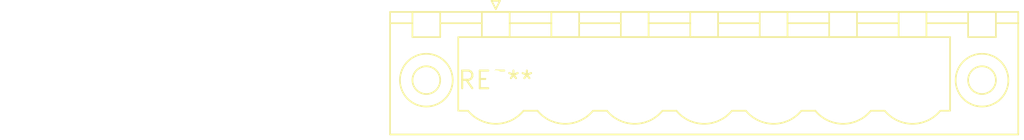
<source format=kicad_pcb>
(kicad_pcb (version 20240108) (generator pcbnew)
  (layers (0 "F.Cu" signal) (31 "B.Cu" signal) (34 "B.Paste" user) (35 "F.Paste" user) (36 "B.SilkS" user "B.Silkscreen") (37 "F.SilkS" user "F.Silkscreen") (38 "B.Mask" user) (39 "F.Mask" user) (44 "Edge.Cuts" user))
  (net 0 "")
  (footprint "PhoenixContact_MSTBV_2,5_7-GF_1x07_P5.00mm_Vertical_ThreadedFlange" (layer "F.Cu") (at 0 0)
    (property "Reference" "REF**")
    (property "Value" "PhoenixContact_MSTBV_2,5_7-GF_1x07_P5.00mm_Vertical_ThreadedFlange")
    (fp_line (start -7.61 -4.91) (end -7.61 3.91) (layer "F.SilkS") (stroke (width 0.12)))
    (fp_line (start -7.61 -4.1) (end -6.11 -4.1) (layer "F.SilkS") (stroke (width 0.12)))
    (fp_line (start -7.61 3.91) (end 37.61 3.91) (layer "F.SilkS") (stroke (width 0.12)))
    (fp_line (start -6 -4.91) (end -4 -4.91) (layer "F.SilkS") (stroke (width 0.12)))
    (fp_line (start -6 -3.1) (end -6 -4.91) (layer "F.SilkS") (stroke (width 0.12)))
    (fp_line (start -4 -4.91) (end -4 -3.1) (layer "F.SilkS") (stroke (width 0.12)))
    (fp_line (start -4 -4.1) (end -1 -4.1) (layer "F.SilkS") (stroke (width 0.12)))
    (fp_line (start -4 -3.1) (end -6 -3.1) (layer "F.SilkS") (stroke (width 0.12)))
    (fp_line (start -2.7 -3.1) (end 32.7 -3.1) (layer "F.SilkS") (stroke (width 0.12)))
    (fp_line (start -2.7 2.2) (end -2.7 -3.1) (layer "F.SilkS") (stroke (width 0.12)))
    (fp_line (start -2 2.2) (end -2.7 2.2) (layer "F.SilkS") (stroke (width 0.12)))
    (fp_line (start -1 -4.91) (end 1 -4.91) (layer "F.SilkS") (stroke (width 0.12)))
    (fp_line (start -1 -3.1) (end -1 -4.91) (layer "F.SilkS") (stroke (width 0.12)))
    (fp_line (start -0.3 -5.71) (end 0.3 -5.71) (layer "F.SilkS") (stroke (width 0.12)))
    (fp_line (start 0 -5.11) (end -0.3 -5.71) (layer "F.SilkS") (stroke (width 0.12)))
    (fp_line (start 0.3 -5.71) (end 0 -5.11) (layer "F.SilkS") (stroke (width 0.12)))
    (fp_line (start 1 -4.91) (end 1 -3.1) (layer "F.SilkS") (stroke (width 0.12)))
    (fp_line (start 1 -4.1) (end 4 -4.1) (layer "F.SilkS") (stroke (width 0.12)))
    (fp_line (start 1 -3.1) (end -1 -3.1) (layer "F.SilkS") (stroke (width 0.12)))
    (fp_line (start 2 2.2) (end 3 2.2) (layer "F.SilkS") (stroke (width 0.12)))
    (fp_line (start 4 -4.91) (end 6 -4.91) (layer "F.SilkS") (stroke (width 0.12)))
    (fp_line (start 4 -3.1) (end 4 -4.91) (layer "F.SilkS") (stroke (width 0.12)))
    (fp_line (start 6 -4.91) (end 6 -3.1) (layer "F.SilkS") (stroke (width 0.12)))
    (fp_line (start 6 -4.1) (end 9 -4.1) (layer "F.SilkS") (stroke (width 0.12)))
    (fp_line (start 6 -3.1) (end 4 -3.1) (layer "F.SilkS") (stroke (width 0.12)))
    (fp_line (start 7 2.2) (end 8 2.2) (layer "F.SilkS") (stroke (width 0.12)))
    (fp_line (start 9 -4.91) (end 11 -4.91) (layer "F.SilkS") (stroke (width 0.12)))
    (fp_line (start 9 -3.1) (end 9 -4.91) (layer "F.SilkS") (stroke (width 0.12)))
    (fp_line (start 11 -4.91) (end 11 -3.1) (layer "F.SilkS") (stroke (width 0.12)))
    (fp_line (start 11 -4.1) (end 14 -4.1) (layer "F.SilkS") (stroke (width 0.12)))
    (fp_line (start 11 -3.1) (end 9 -3.1) (layer "F.SilkS") (stroke (width 0.12)))
    (fp_line (start 12 2.2) (end 13 2.2) (layer "F.SilkS") (stroke (width 0.12)))
    (fp_line (start 14 -4.91) (end 16 -4.91) (layer "F.SilkS") (stroke (width 0.12)))
    (fp_line (start 14 -3.1) (end 14 -4.91) (layer "F.SilkS") (stroke (width 0.12)))
    (fp_line (start 16 -4.91) (end 16 -3.1) (layer "F.SilkS") (stroke (width 0.12)))
    (fp_line (start 16 -4.1) (end 19 -4.1) (layer "F.SilkS") (stroke (width 0.12)))
    (fp_line (start 16 -3.1) (end 14 -3.1) (layer "F.SilkS") (stroke (width 0.12)))
    (fp_line (start 17 2.2) (end 18 2.2) (layer "F.SilkS") (stroke (width 0.12)))
    (fp_line (start 19 -4.91) (end 21 -4.91) (layer "F.SilkS") (stroke (width 0.12)))
    (fp_line (start 19 -3.1) (end 19 -4.91) (layer "F.SilkS") (stroke (width 0.12)))
    (fp_line (start 21 -4.91) (end 21 -3.1) (layer "F.SilkS") (stroke (width 0.12)))
    (fp_line (start 21 -4.1) (end 24 -4.1) (layer "F.SilkS") (stroke (width 0.12)))
    (fp_line (start 21 -3.1) (end 19 -3.1) (layer "F.SilkS") (stroke (width 0.12)))
    (fp_line (start 22 2.2) (end 23 2.2) (layer "F.SilkS") (stroke (width 0.12)))
    (fp_line (start 24 -4.91) (end 26 -4.91) (layer "F.SilkS") (stroke (width 0.12)))
    (fp_line (start 24 -3.1) (end 24 -4.91) (layer "F.SilkS") (stroke (width 0.12)))
    (fp_line (start 26 -4.91) (end 26 -3.1) (layer "F.SilkS") (stroke (width 0.12)))
    (fp_line (start 26 -4.1) (end 29 -4.1) (layer "F.SilkS") (stroke (width 0.12)))
    (fp_line (start 26 -3.1) (end 24 -3.1) (layer "F.SilkS") (stroke (width 0.12)))
    (fp_line (start 27 2.2) (end 28 2.2) (layer "F.SilkS") (stroke (width 0.12)))
    (fp_line (start 29 -4.91) (end 31 -4.91) (layer "F.SilkS") (stroke (width 0.12)))
    (fp_line (start 29 -3.1) (end 29 -4.91) (layer "F.SilkS") (stroke (width 0.12)))
    (fp_line (start 31 -4.91) (end 31 -3.1) (layer "F.SilkS") (stroke (width 0.12)))
    (fp_line (start 31 -4.1) (end 34 -4.1) (layer "F.SilkS") (stroke (width 0.12)))
    (fp_line (start 31 -3.1) (end 29 -3.1) (layer "F.SilkS") (stroke (width 0.12)))
    (fp_line (start 32.7 -3.1) (end 32.7 2.2) (layer "F.SilkS") (stroke (width 0.12)))
    (fp_line (start 32.7 2.2) (end 32 2.2) (layer "F.SilkS") (stroke (width 0.12)))
    (fp_line (start 34 -4.91) (end 36 -4.91) (layer "F.SilkS") (stroke (width 0.12)))
    (fp_line (start 34 -3.1) (end 34 -4.91) (layer "F.SilkS") (stroke (width 0.12)))
    (fp_line (start 36 -4.91) (end 36 -3.1) (layer "F.SilkS") (stroke (width 0.12)))
    (fp_line (start 36 -3.1) (end 34 -3.1) (layer "F.SilkS") (stroke (width 0.12)))
    (fp_line (start 37.61 -4.91) (end -7.61 -4.91) (layer "F.SilkS") (stroke (width 0.12)))
    (fp_line (start 37.61 -4.1) (end 36.11 -4.1) (layer "F.SilkS") (stroke (width 0.12)))
    (fp_line (start 37.61 3.91) (end 37.61 -4.91) (layer "F.SilkS") (stroke (width 0.12)))
    (fp_arc (start 1.986842 2.215821) (mid -0.010289 3.142758) (end -2 2.2) (layer "F.SilkS") (stroke (width 0.12)))
    (fp_arc (start 6.986842 2.215821) (mid 4.989711 3.142758) (end 3 2.2) (layer "F.SilkS") (stroke (width 0.12)))
    (fp_arc (start 11.986842 2.215821) (mid 9.989711 3.142758) (end 8 2.2) (layer "F.SilkS") (stroke (width 0.12)))
    (fp_arc (start 16.986842 2.215821) (mid 14.989711 3.142758) (end 13 2.2) (layer "F.SilkS") (stroke (width 0.12)))
    (fp_arc (start 21.986842 2.215821) (mid 19.989711 3.142758) (end 18 2.2) (layer "F.SilkS") (stroke (width 0.12)))
    (fp_arc (start 26.986842 2.215821) (mid 24.989711 3.142758) (end 23 2.2) (layer "F.SilkS") (stroke (width 0.12)))
    (fp_arc (start 31.986842 2.215821) (mid 29.989711 3.142758) (end 28 2.2) (layer "F.SilkS") (stroke (width 0.12)))
    (fp_circle (center -5 0) (end -4 0) (layer "F.SilkS") (stroke (width 0.12)) (fill none))
    (fp_circle (center -5 0) (end -3.1 0) (layer "F.SilkS") (stroke (width 0.12)) (fill none))
    (fp_circle (center 35 0) (end 36 0) (layer "F.SilkS") (stroke (width 0.12)) (fill none))
    (fp_circle (center 35 0) (end 36.9 0) (layer "F.SilkS") (stroke (width 0.12)) (fill none))
    (pad "1" thru_hole roundrect (at 0 0) (size 2 3.6) (drill 1.4) (layers *.Cu *.Mask) (remove_unused_layers) (roundrect_rratio 0.125))
    (pad "2" thru_hole oval (at 5 0) (size 2 3.6) (drill 1.4) (layers *.Cu *.Mask) (remove_unused_layers))
    (pad "3" thru_hole oval (at 10 0) (size 2 3.6) (drill 1.4) (layers *.Cu *.Mask) (remove_unused_layers))
    (pad "4" thru_hole oval (at 15 0) (size 2 3.6) (drill 1.4) (layers *.Cu *.Mask) (remove_unused_layers))
    (pad "5" thru_hole oval (at 20 0) (size 2 3.6) (drill 1.4) (layers *.Cu *.Mask) (remove_unused_layers))
    (pad "6" thru_hole oval (at 25 0) (size 2 3.6) (drill 1.4) (layers *.Cu *.Mask) (remove_unused_layers))
    (pad "7" thru_hole oval (at 30 0) (size 2 3.6) (drill 1.4) (layers *.Cu *.Mask) (remove_unused_layers))
  )
)
</source>
